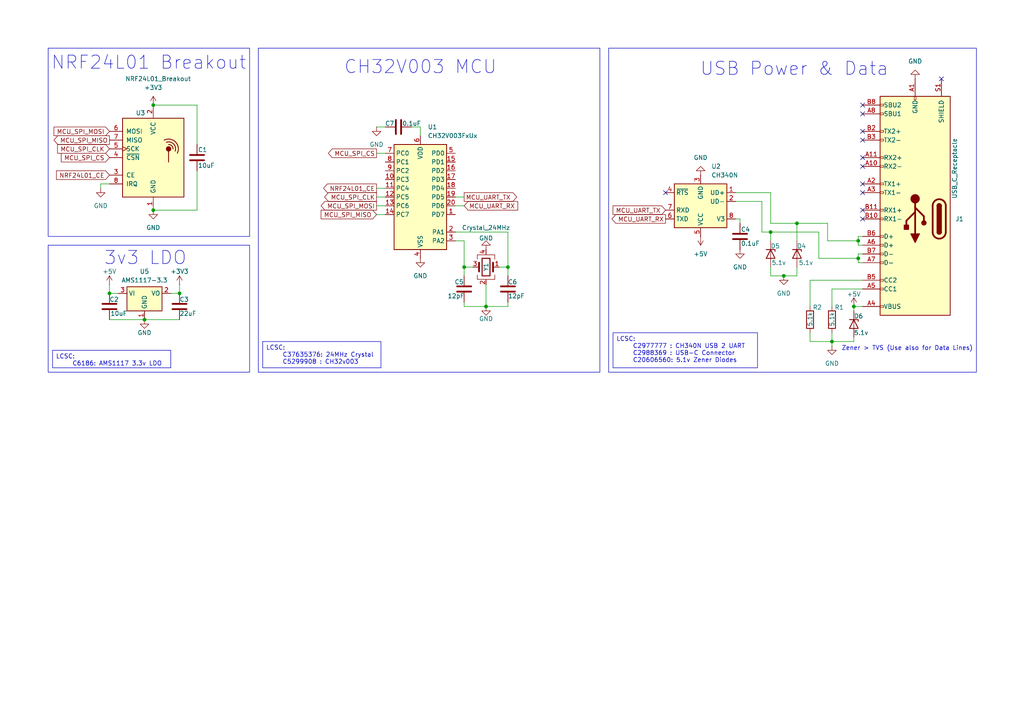
<source format=kicad_sch>
(kicad_sch (version 20250114) (generator "eeschema") (generator_version "9.0")
  (paper "A4")
  (lib_symbols
    (symbol "Connector:USB_C_Receptacle" (pin_names (offset 1.016))
      (property "Reference" "J" (at -10.16 29.21 0))
      (property "Value" "USB_C_Receptacle" (at 10.16 29.21 0))
      (symbol "USB_C_Receptacle_0_0"
        (rectangle (start -0.254 -35.56) (end 0.254 -34.544))
        (rectangle (start 10.16 25.654) (end 9.144 25.146))
        (rectangle (start 10.16 20.574) (end 9.144 20.066))
        (rectangle (start 10.16 18.034) (end 9.144 17.526))
        (rectangle (start 10.16 12.954) (end 9.144 12.446))
        (rectangle (start 10.16 10.414) (end 9.144 9.906))
        (rectangle (start 10.16 7.874) (end 9.144 7.366))
        (rectangle (start 10.16 5.334) (end 9.144 4.826))
        (rectangle (start 10.16 0.254) (end 9.144 -0.254))
        (rectangle (start 10.16 -2.286) (end 9.144 -2.794))
        (rectangle (start 10.16 -7.366) (end 9.144 -7.874))
        (rectangle (start 10.16 -9.906) (end 9.144 -10.414))
        (rectangle (start 10.16 -14.986) (end 9.144 -15.494))
        (rectangle (start 10.16 -17.526) (end 9.144 -18.034))
        (rectangle (start 10.16 -22.606) (end 9.144 -23.114))
        (rectangle (start 10.16 -25.146) (end 9.144 -25.654))
        (rectangle (start 10.16 -30.226) (end 9.144 -30.734))
        (rectangle (start 10.16 -32.766) (end 9.144 -33.274))
      )
      (symbol "USB_C_Receptacle_0_1"
        (rectangle (start -10.16 27.94) (end 10.16 -35.56) (stroke (width 0.254)) (fill (type background)))
        (polyline (pts (xy -8.89 -3.81) (xy -8.89 3.81)) (stroke (width 0.508)))
        (rectangle (start -7.62 -3.81) (end -6.35 3.81) (stroke (width 0.254)) (fill (type outline)))
        (arc (start -7.62 3.81) (mid -6.985 4.4423) (end -6.35 3.81) (stroke (width 0.254)))
        (arc (start -7.62 3.81) (mid -6.985 4.4423) (end -6.35 3.81) (stroke (width 0.254)) (fill (type outline)))
        (arc (start -8.89 3.81) (mid -6.985 5.7067) (end -5.08 3.81) (stroke (width 0.508)))
        (arc (start -5.08 -3.81) (mid -6.985 -5.7067) (end -8.89 -3.81) (stroke (width 0.508)))
        (arc (start -6.35 -3.81) (mid -6.985 -4.4423) (end -7.62 -3.81) (stroke (width 0.254)))
        (arc (start -6.35 -3.81) (mid -6.985 -4.4423) (end -7.62 -3.81) (stroke (width 0.254)) (fill (type outline)))
        (polyline (pts (xy -5.08 3.81) (xy -5.08 -3.81)) (stroke (width 0.508)))
      )
      (symbol "USB_C_Receptacle_1_1"
        (circle (center -2.54 1.143) (radius 0.635) (stroke (width 0.254)) (fill (type outline)))
        (polyline (pts (xy -1.27 4.318) (xy 0 6.858) (xy 1.27 4.318) (xy -1.27 4.318)) (stroke (width 0.254)) (fill (type outline)))
        (polyline (pts (xy 0 -2.032) (xy 2.54 0.508) (xy 2.54 1.778)) (stroke (width 0.508)))
        (polyline (pts (xy 0 -3.302) (xy -2.54 -0.762) (xy -2.54 0.508)) (stroke (width 0.508)))
        (polyline (pts (xy 0 -5.842) (xy 0 4.318)) (stroke (width 0.508)))
        (circle (center 0 -5.842) (radius 1.27) (fill (type outline)))
        (rectangle (start 1.905 1.778) (end 3.175 3.048) (stroke (width 0.254)) (fill (type outline)))
        (pin passive line (at -7.62 -40.64 90) (length 5.08) (name "SHIELD") (number "S1"))
        (pin passive line (at 0 -40.64 90) (length 5.08) (name "GND") (number "A1"))
        (pin passive line (at 0 -40.64 90) (length 5.08) (hide yes) (name "GND") (number "A12"))
        (pin passive line (at 0 -40.64 90) (length 5.08) (hide yes) (name "GND") (number "B1"))
        (pin passive line (at 0 -40.64 90) (length 5.08) (hide yes) (name "GND") (number "B12"))
        (pin passive line (at 15.24 25.4 180) (length 5.08) (name "VBUS") (number "A4"))
        (pin passive line (at 15.24 25.4 180) (length 5.08) (hide yes) (name "VBUS") (number "A9"))
        (pin passive line (at 15.24 25.4 180) (length 5.08) (hide yes) (name "VBUS") (number "B4"))
        (pin passive line (at 15.24 25.4 180) (length 5.08) (hide yes) (name "VBUS") (number "B9"))
        (pin bidirectional line (at 15.24 20.32 180) (length 5.08) (name "CC1") (number "A5"))
        (pin bidirectional line (at 15.24 17.78 180) (length 5.08) (name "CC2") (number "B5"))
        (pin bidirectional line (at 15.24 12.7 180) (length 5.08) (name "D-") (number "A7"))
        (pin bidirectional line (at 15.24 10.16 180) (length 5.08) (name "D-") (number "B7"))
        (pin bidirectional line (at 15.24 7.62 180) (length 5.08) (name "D+") (number "A6"))
        (pin bidirectional line (at 15.24 5.08 180) (length 5.08) (name "D+") (number "B6"))
        (pin bidirectional line (at 15.24 0 180) (length 5.08) (name "RX1-") (number "B10"))
        (pin bidirectional line (at 15.24 -2.54 180) (length 5.08) (name "RX1+") (number "B11"))
        (pin bidirectional line (at 15.24 -7.62 180) (length 5.08) (name "TX1-") (number "A3"))
        (pin bidirectional line (at 15.24 -10.16 180) (length 5.08) (name "TX1+") (number "A2"))
        (pin bidirectional line (at 15.24 -15.24 180) (length 5.08) (name "RX2-") (number "A10"))
        (pin bidirectional line (at 15.24 -17.78 180) (length 5.08) (name "RX2+") (number "A11"))
        (pin bidirectional line (at 15.24 -22.86 180) (length 5.08) (name "TX2-") (number "B3"))
        (pin bidirectional line (at 15.24 -25.4 180) (length 5.08) (name "TX2+") (number "B2"))
        (pin bidirectional line (at 15.24 -30.48 180) (length 5.08) (name "SBU1") (number "A8"))
        (pin bidirectional line (at 15.24 -33.02 180) (length 5.08) (name "SBU2") (number "B8"))
      )
    )
    (symbol "Device:C" (pin_numbers (hide yes)) (pin_names (offset 0.254))
      (property "Reference" "C" (at 0.635 2.54 0))
      (property "Value" "C" (at 0.635 -2.54 0))
      (symbol "C_0_1"
        (polyline (pts (xy -2.032 0.762) (xy 2.032 0.762)) (stroke (width 0.508)))
        (polyline (pts (xy -2.032 -0.762) (xy 2.032 -0.762)) (stroke (width 0.508)))
      )
      (symbol "C_1_1"
        (pin passive line (at 0 3.81 270) (length 2.794) (name "~") (number "1"))
        (pin passive line (at 0 -3.81 90) (length 2.794) (name "~") (number "2"))
      )
    )
    (symbol "Device:Crystal_GND24" (pin_names (offset 1.016) (hide yes))
      (property "Reference" "Y" (at 3.175 5.08 0))
      (property "Value" "Crystal_GND24" (at 3.175 3.175 0))
      (symbol "Crystal_GND24_0_1"
        (polyline (pts (xy -2.54 2.286) (xy -2.54 3.556) (xy 2.54 3.556) (xy 2.54 2.286)))
        (polyline (pts (xy -2.54 0) (xy -2.032 0)))
        (polyline (pts (xy -2.54 -2.286) (xy -2.54 -3.556) (xy 2.54 -3.556) (xy 2.54 -2.286)))
        (polyline (pts (xy -2.032 -1.27) (xy -2.032 1.27)) (stroke (width 0.508)))
        (rectangle (start -1.143 2.54) (end 1.143 -2.54) (stroke (width 0.3048)))
        (polyline (pts (xy 0 3.556) (xy 0 3.81)))
        (polyline (pts (xy 0 -3.81) (xy 0 -3.556)))
        (polyline (pts (xy 2.032 0) (xy 2.54 0)))
        (polyline (pts (xy 2.032 -1.27) (xy 2.032 1.27)) (stroke (width 0.508)))
      )
      (symbol "Crystal_GND24_1_1"
        (pin passive line (at -3.81 0 0) (length 1.27) (name "1") (number "1"))
        (pin passive line (at 0 5.08 270) (length 1.27) (name "2") (number "2"))
        (pin passive line (at 0 -5.08 90) (length 1.27) (name "4") (number "4"))
        (pin passive line (at 3.81 0 180) (length 1.27) (name "3") (number "3"))
      )
    )
    (symbol "Device:D_Zener" (pin_numbers (hide yes)) (pin_names (offset 1.016) (hide yes))
      (property "Reference" "D" (at 0 2.54 0))
      (property "Value" "D_Zener" (at 0 -2.54 0))
      (symbol "D_Zener_0_1"
        (polyline (pts (xy -1.27 -1.27) (xy -1.27 1.27) (xy -0.762 1.27)) (stroke (width 0.254)))
        (polyline (pts (xy 1.27 0) (xy -1.27 0)))
        (polyline (pts (xy 1.27 -1.27) (xy 1.27 1.27) (xy -1.27 0) (xy 1.27 -1.27)) (stroke (width 0.254)))
      )
      (symbol "D_Zener_1_1"
        (pin passive line (at -3.81 0 0) (length 2.54) (name "K") (number "1"))
        (pin passive line (at 3.81 0 180) (length 2.54) (name "A") (number "2"))
      )
    )
    (symbol "Device:R" (pin_numbers (hide yes)) (pin_names (offset 0))
      (property "Reference" "R" (at 2.032 0 90))
      (property "Value" "R" (at 0 0 90))
      (symbol "R_0_1"
        (rectangle (start -1.016 -2.54) (end 1.016 2.54) (stroke (width 0.254)))
      )
      (symbol "R_1_1"
        (pin passive line (at 0 3.81 270) (length 1.27) (name "~") (number "1"))
        (pin passive line (at 0 -3.81 90) (length 1.27) (name "~") (number "2"))
      )
    )
    (symbol "Interface_USB:CH340N"
      (property "Reference" "U2" (at -3.1181 -12.7 0))
      (property "Value" "CH340N" (at -3.1181 -10.16 0))
      (symbol "CH340N_0_1"
        (rectangle (start -7.62 5.08) (end 7.62 -7.62) (stroke (width 0.254)) (fill (type background)))
      )
      (symbol "CH340N_1_1"
        (pin passive line (at -10.16 2.54 0) (length 2.54) (name "V3") (number "8"))
        (pin bidirectional line (at -10.16 -2.54 0) (length 2.54) (name "UD-") (number "2"))
        (pin bidirectional line (at -10.16 -5.08 0) (length 2.54) (name "UD+") (number "1"))
        (pin power_in line (at 0 7.62 270) (length 2.54) (name "VCC") (number "5"))
        (pin power_in line (at 0 -10.16 90) (length 2.54) (name "GND") (number "3"))
        (pin output line (at 10.16 2.54 180) (length 2.54) (name "TXD") (number "6"))
        (pin input line (at 10.16 0 180) (length 2.54) (name "RXD") (number "7"))
        (pin output line (at 10.16 -5.08 180) (length 2.54) (name "~{RTS}") (number "4"))
      )
    )
    (symbol "MCU_WCH_CH32V0:CH32V003FxUx"
      (property "Reference" "U" (at -7.62 17.78 0))
      (property "Value" "CH32V003FxUx" (at 7.62 17.78 0))
      (symbol "CH32V003FxUx_1_1"
        (rectangle (start -7.62 15.24) (end 7.62 -15.24) (stroke (width 0.254)) (fill (type background)))
        (pin bidirectional line (at -10.16 12.7 0) (length 2.54) (name "PC0") (number "7"))
        (pin bidirectional line (at -10.16 10.16 0) (length 2.54) (name "PC1") (number "8"))
        (pin bidirectional line (at -10.16 7.62 0) (length 2.54) (name "PC2") (number "9"))
        (pin bidirectional line (at -10.16 5.08 0) (length 2.54) (name "PC3") (number "10"))
        (pin bidirectional line (at -10.16 2.54 0) (length 2.54) (name "PC4") (number "11"))
        (pin bidirectional line (at -10.16 0 0) (length 2.54) (name "PC5") (number "12"))
        (pin bidirectional line (at -10.16 -2.54 0) (length 2.54) (name "PC6") (number "13"))
        (pin bidirectional line (at -10.16 -5.08 0) (length 2.54) (name "PC7") (number "14"))
        (pin power_in line (at 0 17.78 270) (length 2.54) (name "VDD") (number "6"))
        (pin passive line (at 0 -17.78 90) (length 2.54) (hide yes) (name "VSS") (number "21"))
        (pin power_in line (at 0 -17.78 90) (length 2.54) (name "VSS") (number "4"))
        (pin bidirectional line (at 10.16 12.7 180) (length 2.54) (name "PD0") (number "5"))
        (pin bidirectional line (at 10.16 10.16 180) (length 2.54) (name "PD1") (number "15"))
        (pin bidirectional line (at 10.16 7.62 180) (length 2.54) (name "PD2") (number "16"))
        (pin bidirectional line (at 10.16 5.08 180) (length 2.54) (name "PD3") (number "17"))
        (pin bidirectional line (at 10.16 2.54 180) (length 2.54) (name "PD4") (number "18"))
        (pin bidirectional line (at 10.16 0 180) (length 2.54) (name "PD5") (number "19"))
        (pin bidirectional line (at 10.16 -2.54 180) (length 2.54) (name "PD6") (number "20"))
        (pin bidirectional line (at 10.16 -5.08 180) (length 2.54) (name "PD7") (number "1"))
        (pin bidirectional line (at 10.16 -10.16 180) (length 2.54) (name "PA1") (number "2"))
        (pin bidirectional line (at 10.16 -12.7 180) (length 2.54) (name "PA2") (number "3"))
      )
    )
    (symbol "RF:NRF24L01_Breakout" (pin_names (offset 1.016))
      (property "Reference" "U" (at -8.89 12.7 0))
      (property "Value" "NRF24L01_Breakout" (at 3.81 12.7 0))
      (symbol "NRF24L01_Breakout_0_1"
        (rectangle (start -8.89 11.43) (end 8.89 -11.43) (stroke (width 0.254)) (fill (type background)))
        (arc (start 3.175 5.08) (mid 6.453 4.548) (end 6.985 1.27) (stroke (width 0.254)))
        (circle (center 4.445 2.54) (radius 0.635) (stroke (width 0.254)) (fill (type outline)))
        (polyline (pts (xy 4.445 1.905) (xy 4.445 -1.27)) (stroke (width 0.254)))
        (arc (start 3.81 4.445) (mid 5.8835 3.9785) (end 6.35 1.905) (stroke (width 0.254)))
        (arc (start 4.445 3.81) (mid 5.3558 3.4508) (end 5.715 2.54) (stroke (width 0.254)))
      )
      (symbol "NRF24L01_Breakout_1_1"
        (pin input line (at -12.7 7.62 0) (length 3.81) (name "MOSI") (number "6"))
        (pin output line (at -12.7 5.08 0) (length 3.81) (name "MISO") (number "7"))
        (pin input clock (at -12.7 2.54 0) (length 3.81) (name "SCK") (number "5"))
        (pin input line (at -12.7 0 0) (length 3.81) (name "~{CSN}") (number "4"))
        (pin input line (at -12.7 -5.08 0) (length 3.81) (name "CE") (number "3"))
        (pin output line (at -12.7 -7.62 0) (length 3.81) (name "IRQ") (number "8"))
        (pin power_in line (at 0 15.24 270) (length 3.81) (name "VCC") (number "2"))
        (pin power_in line (at 0 -15.24 90) (length 3.81) (name "GND") (number "1"))
      )
    )
    (symbol "Regulator_Linear:AMS1117-3.3"
      (property "Reference" "U" (at -3.81 3.175 0))
      (property "Value" "AMS1117-3.3" (at 0 3.175 0))
      (symbol "AMS1117-3.3_0_1"
        (rectangle (start -5.08 -5.08) (end 5.08 1.905) (stroke (width 0.254)) (fill (type background)))
      )
      (symbol "AMS1117-3.3_1_1"
        (pin power_in line (at -7.62 0 0) (length 2.54) (name "VI") (number "3"))
        (pin power_in line (at 0 -7.62 90) (length 2.54) (name "GND") (number "1"))
        (pin power_out line (at 7.62 0 180) (length 2.54) (name "VO") (number "2"))
      )
    )
    (symbol "power:+3V3" (power) (pin_numbers (hide yes)) (pin_names (offset 0) (hide yes))
      (property "Value" "+3V3" (at 0 3.556 0))
      (symbol "+3V3_0_1"
        (polyline (pts (xy -0.762 1.27) (xy 0 2.54)))
        (polyline (pts (xy 0 2.54) (xy 0.762 1.27)))
        (polyline (pts (xy 0 0) (xy 0 2.54)))
      )
      (symbol "+3V3_1_1"
        (pin power_in line (at 0 0 90) (length 0) (name "~") (number "1"))
      )
    )
    (symbol "power:+5V" (power) (pin_numbers (hide yes)) (pin_names (offset 0) (hide yes))
      (property "Value" "+5V" (at 0 3.556 0))
      (symbol "+5V_0_1"
        (polyline (pts (xy -0.762 1.27) (xy 0 2.54)))
        (polyline (pts (xy 0 2.54) (xy 0.762 1.27)))
        (polyline (pts (xy 0 0) (xy 0 2.54)))
      )
      (symbol "+5V_1_1"
        (pin power_in line (at 0 0 90) (length 0) (name "~") (number "1"))
      )
    )
    (symbol "power:GND" (power) (pin_numbers (hide yes)) (pin_names (offset 0) (hide yes))
      (property "Value" "GND" (at 0 -3.81 0))
      (symbol "GND_0_1"
        (polyline (pts (xy 0 0) (xy 0 -1.27) (xy 1.27 -1.27) (xy 0 -2.54) (xy -1.27 -1.27) (xy 0 -1.27)))
      )
      (symbol "GND_1_1"
        (pin power_in line (at 0 0 270) (length 0) (name "~") (number "1"))
      )
    )
  )
  (rectangle (start 176.53 13.97) (end 283.21 107.95))
  (rectangle (start 13.97 71.12) (end 72.39 107.95))
  (rectangle (start 13.97 13.97) (end 72.39 68.58))
  (rectangle (start 74.93 13.97) (end 173.99 107.95))
  (text "Zener > TVS (Use also for Data Lines)" (at 263.144 101.092 0) (effects (font (size 1.27 1.27))))
  (text "3v3 LDO" (at 42.164 74.93 0) (effects (font (size 3.81 3.81))))
  (text "CH32V003 MCU" (at 121.92 19.558 0) (effects (font (size 3.81 3.81))))
  (text "NRF24L01 Breakout" (at 43.18 18.288 0) (effects (font (size 3.81 3.81))))
  (text "USB Power & Data" (at 230.378 20.066 0) (effects (font (size 3.81 3.81))))
  (text_box "LCSC:\n	C37635376: 24MHz Crystal\n	C5299908 : CH32v003" (at 76.2 99.06 0) (size 34.29 7.62) (margins 0.9525 0.9525 0.9525 0.9525) (effects (font (size 1.27 1.27)) (justify left top)))
  (text_box "LCSC:\n	C2977777 : CH340N USB 2 UART\n	C2988369 : USB-C Connector\n	C20606560: 5.1v Zener Diodes" (at 177.8 96.52 0) (size 41.91 10.16) (margins 0.9525 0.9525 0.9525 0.9525) (effects (font (size 1.27 1.27)) (justify left top)))
  (text_box "LCSC:\n	C6186: AMS1117 3.3v LDO\n" (at 15.24 101.6 0) (size 34.29 5.08) (margins 0.9525 0.9525 0.9525 0.9525) (effects (font (size 1.27 1.27)) (justify left top)))
  (junction (at 227.33 80.01))
  (junction (at 140.97 88.9))
  (junction (at 247.65 88.9))
  (junction (at 223.52 67.31))
  (junction (at 134.62 77.47))
  (junction (at 44.45 30.48))
  (junction (at 41.91 92.71))
  (junction (at 44.45 60.96))
  (junction (at 231.14 64.77))
  (junction (at 248.92 74.93))
  (junction (at 31.75 85.09))
  (junction (at 241.3 99.06))
  (junction (at 147.32 77.47))
  (junction (at 248.92 69.85))
  (junction (at 52.07 85.09))
  (no_connect (at 250.19 40.64))
  (no_connect (at 193.04 55.88))
  (no_connect (at 250.19 33.02))
  (no_connect (at 273.05 22.86))
  (no_connect (at 250.19 38.1))
  (no_connect (at 250.19 45.72))
  (no_connect (at 250.19 48.26))
  (no_connect (at 250.19 53.34))
  (no_connect (at 250.19 30.48))
  (no_connect (at 250.19 63.5))
  (no_connect (at 250.19 55.88))
  (no_connect (at 250.19 60.96))
  (wire (pts (xy 147.32 67.31) (xy 147.32 77.47)))
  (wire (pts (xy 109.22 57.15) (xy 111.76 57.15)))
  (wire (pts (xy 213.36 58.42) (xy 220.98 58.42)))
  (wire (pts (xy 240.03 69.85) (xy 240.03 64.77)))
  (wire (pts (xy 52.07 82.55) (xy 52.07 85.09)))
  (wire (pts (xy 223.52 69.85) (xy 223.52 67.31)))
  (wire (pts (xy 109.22 59.69) (xy 111.76 59.69)))
  (wire (pts (xy 147.32 88.9) (xy 147.32 87.63)))
  (wire (pts (xy 220.98 58.42) (xy 220.98 67.31)))
  (wire (pts (xy 31.75 82.55) (xy 31.75 85.09)))
  (wire (pts (xy 31.75 85.09) (xy 34.29 85.09)))
  (wire (pts (xy 220.98 67.31) (xy 223.52 67.31)))
  (wire (pts (xy 231.14 64.77) (xy 231.14 69.85)))
  (wire (pts (xy 231.14 77.47) (xy 231.14 80.01)))
  (wire (pts (xy 134.62 88.9) (xy 140.97 88.9)))
  (wire (pts (xy 248.92 74.93) (xy 248.92 76.2)))
  (wire (pts (xy 241.3 96.52) (xy 241.3 99.06)))
  (wire (pts (xy 248.92 68.58) (xy 248.92 69.85)))
  (wire (pts (xy 132.08 67.31) (xy 147.32 67.31)))
  (wire (pts (xy 121.92 39.37) (xy 121.92 36.83)))
  (wire (pts (xy 223.52 77.47) (xy 223.52 80.01)))
  (wire (pts (xy 132.08 69.85) (xy 134.62 69.85)))
  (wire (pts (xy 121.92 36.83) (xy 119.38 36.83)))
  (wire (pts (xy 231.14 64.77) (xy 240.03 64.77)))
  (wire (pts (xy 250.19 73.66) (xy 248.92 73.66)))
  (wire (pts (xy 29.21 53.34) (xy 29.21 54.61)))
  (wire (pts (xy 248.92 71.12) (xy 250.19 71.12)))
  (wire (pts (xy 214.63 63.5) (xy 214.63 64.77)))
  (wire (pts (xy 140.97 88.9) (xy 147.32 88.9)))
  (wire (pts (xy 41.91 92.71) (xy 52.07 92.71)))
  (wire (pts (xy 223.52 80.01) (xy 227.33 80.01)))
  (wire (pts (xy 223.52 67.31) (xy 237.49 67.31)))
  (wire (pts (xy 140.97 82.55) (xy 140.97 88.9)))
  (wire (pts (xy 57.15 30.48) (xy 44.45 30.48)))
  (wire (pts (xy 250.19 68.58) (xy 248.92 68.58)))
  (wire (pts (xy 57.15 41.91) (xy 57.15 30.48)))
  (wire (pts (xy 237.49 67.31) (xy 237.49 74.93)))
  (wire (pts (xy 31.75 53.34) (xy 29.21 53.34)))
  (wire (pts (xy 49.53 85.09) (xy 52.07 85.09)))
  (wire (pts (xy 134.62 77.47) (xy 134.62 80.01)))
  (wire (pts (xy 241.3 99.06) (xy 241.3 100.33)))
  (wire (pts (xy 250.19 83.82) (xy 241.3 83.82)))
  (wire (pts (xy 241.3 99.06) (xy 247.65 99.06)))
  (wire (pts (xy 213.36 55.88) (xy 223.52 55.88)))
  (wire (pts (xy 247.65 99.06) (xy 247.65 97.79)))
  (wire (pts (xy 57.15 60.96) (xy 44.45 60.96)))
  (wire (pts (xy 31.75 92.71) (xy 41.91 92.71)))
  (wire (pts (xy 134.62 88.9) (xy 134.62 87.63)))
  (wire (pts (xy 231.14 80.01) (xy 227.33 80.01)))
  (wire (pts (xy 109.22 36.83) (xy 111.76 36.83)))
  (wire (pts (xy 247.65 88.9) (xy 247.65 90.17)))
  (wire (pts (xy 248.92 73.66) (xy 248.92 74.93)))
  (wire (pts (xy 250.19 81.28) (xy 234.95 81.28)))
  (wire (pts (xy 109.22 54.61) (xy 111.76 54.61)))
  (wire (pts (xy 248.92 69.85) (xy 240.03 69.85)))
  (wire (pts (xy 223.52 55.88) (xy 223.52 64.77)))
  (wire (pts (xy 132.08 59.69) (xy 134.62 59.69)))
  (wire (pts (xy 109.22 62.23) (xy 111.76 62.23)))
  (wire (pts (xy 109.22 44.45) (xy 111.76 44.45)))
  (wire (pts (xy 234.95 96.52) (xy 234.95 99.06)))
  (wire (pts (xy 223.52 64.77) (xy 231.14 64.77)))
  (wire (pts (xy 144.78 77.47) (xy 147.32 77.47)))
  (wire (pts (xy 147.32 77.47) (xy 147.32 80.01)))
  (wire (pts (xy 213.36 63.5) (xy 214.63 63.5)))
  (wire (pts (xy 132.08 57.15) (xy 134.62 57.15)))
  (wire (pts (xy 248.92 76.2) (xy 250.19 76.2)))
  (wire (pts (xy 248.92 69.85) (xy 248.92 71.12)))
  (wire (pts (xy 234.95 81.28) (xy 234.95 88.9)))
  (wire (pts (xy 237.49 74.93) (xy 248.92 74.93)))
  (wire (pts (xy 134.62 77.47) (xy 137.16 77.47)))
  (wire (pts (xy 234.95 99.06) (xy 241.3 99.06)))
  (wire (pts (xy 241.3 83.82) (xy 241.3 88.9)))
  (wire (pts (xy 250.19 88.9) (xy 247.65 88.9)))
  (wire (pts (xy 57.15 49.53) (xy 57.15 60.96)))
  (wire (pts (xy 134.62 69.85) (xy 134.62 77.47)))
  (global_label "MCU_SPI_CLK" (shape input) (at 31.75 43.18 180) (property "Intersheetrefs" "${INTERSHEET_REFS}" (effects (hide yes))))
  (global_label "NRF24L01_CE" (shape output) (at 109.22 54.61 180) (property "Intersheetrefs" "${INTERSHEET_REFS}" (effects (hide yes))))
  (global_label "MCU_UART_RX" (shape input) (at 134.62 59.69 0) (property "Intersheetrefs" "${INTERSHEET_REFS}" (effects (hide yes))))
  (global_label "MCU_UART_RX" (shape output) (at 193.04 63.5 180) (property "Intersheetrefs" "${INTERSHEET_REFS}" (effects (hide yes))))
  (global_label "MCU_SPI_MISO" (shape output) (at 31.75 40.64 180) (property "Intersheetrefs" "${INTERSHEET_REFS}" (effects (hide yes))))
  (global_label "MCU_UART_TX" (shape output) (at 134.62 57.15 0) (property "Intersheetrefs" "${INTERSHEET_REFS}" (effects (hide yes))))
  (global_label "MCU_SPI_MOSI" (shape input) (at 31.75 38.1 180) (property "Intersheetrefs" "${INTERSHEET_REFS}" (effects (hide yes))))
  (global_label "MCU_SPI_CLK" (shape output) (at 109.22 57.15 180) (property "Intersheetrefs" "${INTERSHEET_REFS}" (effects (hide yes))))
  (global_label "MCU_UART_TX" (shape input) (at 193.04 60.96 180) (property "Intersheetrefs" "${INTERSHEET_REFS}" (effects (hide yes))))
  (global_label "NRF24L01_CE" (shape input) (at 31.75 50.8 180) (property "Intersheetrefs" "${INTERSHEET_REFS}" (effects (hide yes))))
  (global_label "MCU_SPI_MOSI" (shape output) (at 109.22 59.69 180) (property "Intersheetrefs" "${INTERSHEET_REFS}" (effects (hide yes))))
  (global_label "MCU_SPI_CS" (shape input) (at 31.75 45.72 180) (property "Intersheetrefs" "${INTERSHEET_REFS}" (effects (hide yes))))
  (global_label "MCU_SPI_CS" (shape output) (at 109.22 44.45 180) (property "Intersheetrefs" "${INTERSHEET_REFS}" (effects (hide yes))))
  (global_label "MCU_SPI_MISO" (shape input) (at 109.22 62.23 180) (property "Intersheetrefs" "${INTERSHEET_REFS}" (effects (hide yes))))
  (symbol (lib_id "power:+3V3") (at 44.45 30.48 0) (unit 1)
    (property "Reference" "#PWR07" (effects (hide yes)))
    (property "Value" "+3V3" (at 44.45 25.4 0))
    (property "Description" "Power symbol creates a global label with name \"+3V3\"" (effects (hide yes)))
  )
  (symbol (lib_id "power:GND") (at 41.91 92.71 0) (unit 1)
    (property "Reference" "#PWR010" (effects (hide yes)))
    (property "Value" "GND" (at 41.91 96.52 0))
    (property "Description" "Power symbol creates a global label with name \"GND\" , ground" (effects (hide yes)))
  )
  (symbol (lib_id "power:GND") (at 29.21 54.61 0) (unit 1)
    (property "Reference" "#PWR05" (effects (hide yes)))
    (property "Value" "GND" (at 29.21 59.69 0))
    (property "Description" "Power symbol creates a global label with name \"GND\" , ground" (effects (hide yes)))
  )
  (symbol (lib_id "Device:Crystal_GND24") (at 140.97 77.47 180) (unit 1)
    (property "Reference" "Y1" (at 140.97 77.47 90))
    (property "Value" "Crystal_24MHz" (at 140.97 66.04 0))
    (property "Footprint" "Crystal:Crystal_SMD_3225-4Pin_3.2x2.5mm" (effects (hide yes)))
    (property "Description" "Four pin crystal, GND on pins 2 and 4" (effects (hide yes)))
  )
  (symbol (lib_id "Device:C") (at 57.15 45.72 0) (unit 1)
    (property "Reference" "C1" (at 57.404 43.434 0) (effects (justify left)))
    (property "Value" "10uF" (at 57.404 48.006 0) (effects (justify left)))
    (property "Footprint" "Resistor_SMD:R_0805_2012Metric" (effects (hide yes)))
    (property "Description" "Unpolarized capacitor" (effects (hide yes)))
  )
  (symbol (lib_id "Device:C") (at 115.57 36.83 90) (unit 1)
    (property "Reference" "C7" (at 113.03 35.814 90))
    (property "Value" "0.1uF" (at 119.38 35.814 90))
    (property "Footprint" "Capacitor_SMD:C_0805_2012Metric" (effects (hide yes)))
    (property "Description" "Unpolarized capacitor" (effects (hide yes)))
  )
  (symbol (lib_id "power:GND") (at 241.3 100.33 0) (unit 1)
    (property "Reference" "#PWR03" (effects (hide yes)))
    (property "Value" "GND" (at 241.3 105.41 0))
    (property "Description" "Power symbol creates a global label with name \"GND\" , ground" (effects (hide yes)))
  )
  (symbol (lib_id "power:GND") (at 109.22 36.83 0) (unit 1)
    (property "Reference" "#PWR015" (effects (hide yes)))
    (property "Value" "GND" (at 109.22 41.91 0))
    (property "Description" "Power symbol creates a global label with name \"GND\" , ground" (effects (hide yes)))
  )
  (symbol (lib_id "Device:D_Zener") (at 231.14 73.66 270) (unit 1)
    (property "Reference" "D4" (at 231.14 71.374 90) (effects (justify left)))
    (property "Value" "5.1v" (at 231.648 76.2 90) (effects (justify left)))
    (property "Footprint" "Diode_SMD:Nexperia_CFP3_SOD-123W" (effects (hide yes)))
    (property "Description" "Zener diode" (effects (hide yes)))
  )
  (symbol (lib_id "MCU_WCH_CH32V0:CH32V003FxUx") (at 121.92 57.15 0) (unit 1)
    (property "Reference" "U1" (at 124.0633 36.83 0) (effects (justify left)))
    (property "Value" "CH32V003FxUx" (at 124.0633 39.37 0) (effects (justify left)))
    (property "Footprint" "Package_DFN_QFN:QFN-20-1EP_3x3mm_P0.4mm_EP1.65x1.65mm" (effects (hide yes)))
    (property "Datasheet" "https://www.wch-ic.com/products/CH32V003.html" (effects (hide yes)))
    (property "Description" "CH32V003 series are industrial-grade general-purpose microcontrollers designed based on 32-bit RISC-V instruction set and architecture. It adopts QingKe V2A core, RV32EC instruction set, and supports 2 levels of interrupt nesting. The series are mounted with rich peripheral interfaces and function modules. Its internal organizational structure meets the low-cost and low-power embedded application scenarios." (effects (hide yes)))
  )
  (symbol (lib_id "power:GND") (at 203.2 50.8 180) (unit 1)
    (property "Reference" "#PWR013" (effects (hide yes)))
    (property "Value" "GND" (at 203.2 45.72 0))
    (property "Description" "Power symbol creates a global label with name \"GND\" , ground" (effects (hide yes)))
  )
  (symbol (lib_id "power:GND") (at 140.97 88.9 0) (unit 1)
    (property "Reference" "#PWR014" (effects (hide yes)))
    (property "Value" "GND" (at 140.97 92.456 0))
    (property "Description" "Power symbol creates a global label with name \"GND\" , ground" (effects (hide yes)))
  )
  (symbol (lib_id "RF:NRF24L01_Breakout") (at 44.45 45.72 0) (unit 1)
    (property "Reference" "U3" (at 39.37 32.766 0) (effects (justify left)))
    (property "Value" "NRF24L01_Breakout" (at 36.322 22.86 0) (effects (justify left)))
    (property "Footprint" "RF_Module:nRF24L01_Breakout" (effects (hide yes)))
    (property "Datasheet" "http://www.nordicsemi.com/eng/content/download/2730/34105/file/nRF24L01_Product_Specification_v2_0.pdf" (effects (hide yes)))
    (property "Description" "Ultra low power 2.4GHz RF Transceiver, Carrier PCB" (effects (hide yes)))
  )
  (symbol (lib_id "power:GND") (at 214.63 72.39 0) (unit 1)
    (property "Reference" "#PWR011" (effects (hide yes)))
    (property "Value" "GND" (at 214.63 77.47 0))
    (property "Description" "Power symbol creates a global label with name \"GND\" , ground" (effects (hide yes)))
  )
  (symbol (lib_id "Device:C") (at 134.62 83.82 0) (unit 1)
    (property "Reference" "C5" (at 131.826 81.788 0) (effects (justify left)))
    (property "Value" "12pF" (at 129.794 85.852 0) (effects (justify left)))
    (property "Footprint" "Capacitor_SMD:C_0805_2012Metric" (effects (hide yes)))
    (property "Description" "Unpolarized capacitor" (effects (hide yes)))
  )
  (symbol (lib_id "Device:C") (at 52.07 88.9 0) (unit 1)
    (property "Reference" "C3" (at 52.07 86.868 0) (effects (justify left)))
    (property "Value" "22uF" (at 52.07 90.932 0) (effects (justify left)))
    (property "Footprint" "Resistor_SMD:R_0805_2012Metric" (effects (hide yes)))
    (property "Description" "Unpolarized capacitor" (effects (hide yes)))
  )
  (symbol (lib_id "power:+5V") (at 247.65 88.9 0) (unit 1)
    (property "Reference" "#PWR04" (effects (hide yes)))
    (property "Value" "+5V" (at 247.65 85.344 0))
    (property "Description" "Power symbol creates a global label with name \"+5V\"" (effects (hide yes)))
  )
  (symbol (lib_id "power:GND") (at 44.45 60.96 0) (unit 1)
    (property "Reference" "#PWR06" (effects (hide yes)))
    (property "Value" "GND" (at 44.45 66.04 0))
    (property "Description" "Power symbol creates a global label with name \"GND\" , ground" (effects (hide yes)))
  )
  (symbol (lib_id "power:GND") (at 121.92 74.93 0) (unit 1)
    (property "Reference" "#PWR017" (effects (hide yes)))
    (property "Value" "GND" (at 121.92 80.01 0))
    (property "Description" "Power symbol creates a global label with name \"GND\" , ground" (effects (hide yes)))
  )
  (symbol (lib_id "Interface_USB:CH340N") (at 203.2 60.96 180) (unit 1)
    (property "Reference" "U2" (at 206.3181 48.26 0) (effects (justify right)))
    (property "Value" "CH340N" (at 206.3181 50.8 0) (effects (justify right)))
    (property "Footprint" "Package_SO:SOP-8_3.9x4.9mm_P1.27mm" (effects (hide yes)))
    (property "Datasheet" "https://aitendo3.sakura.ne.jp/aitendo_data/product_img/ic/inteface/CH340N/ch340n.pdf" (effects (hide yes)))
    (property "Description" "USB serial converter, 2Mbps, UART, SOP-8" (effects (hide yes)))
  )
  (symbol (lib_id "Device:C") (at 214.63 68.58 0) (unit 1)
    (property "Reference" "C4" (at 214.884 66.548 0) (effects (justify left)))
    (property "Value" "0.1uF" (at 214.884 70.612 0) (effects (justify left)))
    (property "Footprint" "Resistor_SMD:R_0805_2012Metric" (effects (hide yes)))
    (property "Description" "Unpolarized capacitor" (effects (hide yes)))
  )
  (symbol (lib_id "power:+5V") (at 31.75 82.55 0) (unit 1)
    (property "Reference" "#PWR09" (effects (hide yes)))
    (property "Value" "+5V" (at 31.75 78.74 0))
    (property "Description" "Power symbol creates a global label with name \"+5V\"" (effects (hide yes)))
  )
  (symbol (lib_id "power:GND") (at 265.43 22.86 180) (unit 1)
    (property "Reference" "#PWR01" (effects (hide yes)))
    (property "Value" "GND" (at 265.43 17.78 0))
    (property "Description" "Power symbol creates a global label with name \"GND\" , ground" (effects (hide yes)))
  )
  (symbol (lib_id "power:GND") (at 227.33 80.01 0) (unit 1)
    (property "Reference" "#PWR02" (effects (hide yes)))
    (property "Value" "GND" (at 227.33 85.09 0))
    (property "Description" "Power symbol creates a global label with name \"GND\" , ground" (effects (hide yes)))
  )
  (symbol (lib_id "Connector:USB_C_Receptacle") (at 265.43 63.5 180) (unit 1)
    (property "Reference" "J1" (at 277.114 63.5 0) (effects (justify right)))
    (property "Value" "USB_C_Receptacle" (at 276.86 57.658 90) (effects (justify right)))
    (property "Footprint" "Library:Usb-C" (effects (hide yes)))
    (property "Datasheet" "https://www.usb.org/sites/default/files/documents/usb_type-c.zip" (effects (hide yes)))
    (property "Description" "USB Full-Featured Type-C Receptacle connector" (effects (hide yes)))
  )
  (symbol (lib_id "power:+5V") (at 203.2 68.58 180) (unit 1)
    (property "Reference" "#PWR012" (effects (hide yes)))
    (property "Value" "+5V" (at 203.2 73.66 0))
    (property "Description" "Power symbol creates a global label with name \"+5V\"" (effects (hide yes)))
  )
  (symbol (lib_id "power:+3V3") (at 52.07 82.55 0) (unit 1)
    (property "Reference" "#PWR08" (effects (hide yes)))
    (property "Value" "+3V3" (at 52.07 78.74 0))
    (property "Description" "Power symbol creates a global label with name \"+3V3\"" (effects (hide yes)))
  )
  (symbol (lib_id "Device:D_Zener") (at 223.52 73.66 270) (unit 1)
    (property "Reference" "D5" (at 223.52 71.374 90) (effects (justify left)))
    (property "Value" "5.1v" (at 223.774 76.2 90) (effects (justify left)))
    (property "Footprint" "Diode_SMD:Nexperia_CFP3_SOD-123W" (effects (hide yes)))
    (property "Description" "Zener diode" (effects (hide yes)))
  )
  (symbol (lib_id "Regulator_Linear:AMS1117-3.3") (at 41.91 85.09 0) (unit 1)
    (property "Reference" "U5" (at 41.91 78.74 0))
    (property "Value" "AMS1117-3.3" (at 41.91 81.28 0))
    (property "Footprint" "Package_TO_SOT_SMD:SOT-223-3_TabPin2" (effects (hide yes)))
    (property "Datasheet" "http://www.advanced-monolithic.com/pdf/ds1117.pdf" (effects (hide yes)))
    (property "Description" "1A Low Dropout regulator, positive, 3.3V fixed output, SOT-223" (effects (hide yes)))
  )
  (symbol (lib_id "Device:R") (at 241.3 92.71 0) (unit 1)
    (property "Reference" "R1" (at 242.062 89.154 0) (effects (justify left)))
    (property "Value" "5.1k" (at 241.3 94.742 90) (effects (justify left)))
    (property "Footprint" "Resistor_SMD:R_0805_2012Metric" (effects (hide yes)))
    (property "Description" "Resistor" (effects (hide yes)))
  )
  (symbol (lib_id "Device:C") (at 31.75 88.9 0) (unit 1)
    (property "Reference" "C2" (at 31.75 86.868 0) (effects (justify left)))
    (property "Value" "10uF" (at 32.004 90.932 0) (effects (justify left)))
    (property "Footprint" "Resistor_SMD:R_0805_2012Metric" (effects (hide yes)))
    (property "Description" "Unpolarized capacitor" (effects (hide yes)))
  )
  (symbol (lib_id "Device:C") (at 147.32 83.82 0) (unit 1)
    (property "Reference" "C6" (at 147.32 81.788 0) (effects (justify left)))
    (property "Value" "12pF" (at 147.32 85.852 0) (effects (justify left)))
    (property "Footprint" "Capacitor_SMD:C_0805_2012Metric" (effects (hide yes)))
    (property "Description" "Unpolarized capacitor" (effects (hide yes)))
  )
  (symbol (lib_id "power:GND") (at 140.97 72.39 180) (unit 1)
    (property "Reference" "#PWR016" (effects (hide yes)))
    (property "Value" "GND" (at 140.97 69.088 0))
    (property "Description" "Power symbol creates a global label with name \"GND\" , ground" (effects (hide yes)))
  )
  (symbol (lib_id "Device:D_Zener") (at 247.65 93.98 270) (unit 1)
    (property "Reference" "D6" (at 247.65 91.694 90) (effects (justify left)))
    (property "Value" "5.1v" (at 247.65 96.52 90) (effects (justify left)))
    (property "Footprint" "Diode_SMD:Nexperia_CFP3_SOD-123W" (effects (hide yes)))
    (property "Description" "Zener diode" (effects (hide yes)))
  )
  (symbol (lib_id "Device:R") (at 234.95 92.71 0) (unit 1)
    (property "Reference" "R2" (at 235.712 89.154 0) (effects (justify left)))
    (property "Value" "5.1k" (at 234.95 94.742 90) (effects (justify left)))
    (property "Footprint" "Resistor_SMD:R_0805_2012Metric" (effects (hide yes)))
    (property "Description" "Resistor" (effects (hide yes)))
  )
)
</source>
